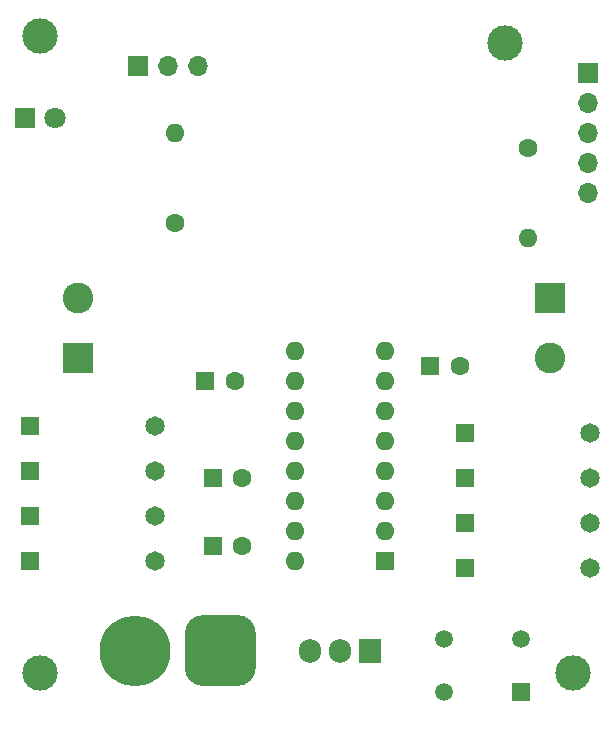
<source format=gbr>
%TF.GenerationSoftware,KiCad,Pcbnew,(5.1.10)-1*%
%TF.CreationDate,2021-11-08T05:29:08+05:30*%
%TF.ProjectId,Flipboard Final,466c6970-626f-4617-9264-2046696e616c,rev?*%
%TF.SameCoordinates,Original*%
%TF.FileFunction,Soldermask,Bot*%
%TF.FilePolarity,Negative*%
%FSLAX46Y46*%
G04 Gerber Fmt 4.6, Leading zero omitted, Abs format (unit mm)*
G04 Created by KiCad (PCBNEW (5.1.10)-1) date 2021-11-08 05:29:08*
%MOMM*%
%LPD*%
G01*
G04 APERTURE LIST*
%ADD10R,1.600000X1.600000*%
%ADD11C,1.600000*%
%ADD12R,1.800000X1.800000*%
%ADD13C,1.800000*%
%ADD14C,1.650000*%
%ADD15R,1.650000X1.650000*%
%ADD16C,3.000000*%
%ADD17C,6.000000*%
%ADD18R,1.700000X1.700000*%
%ADD19O,1.700000X1.700000*%
%ADD20R,2.600000X2.600000*%
%ADD21C,2.600000*%
%ADD22O,1.600000X1.600000*%
%ADD23R,1.498000X1.498000*%
%ADD24C,1.498000*%
%ADD25R,1.905000X2.000000*%
%ADD26O,1.905000X2.000000*%
G04 APERTURE END LIST*
D10*
%TO.C,C1*%
X-78740000Y-17145000D03*
D11*
X-76240000Y-17145000D03*
%TD*%
%TO.C,C2*%
X-95290000Y-18415000D03*
D10*
X-97790000Y-18415000D03*
%TD*%
%TO.C,C3*%
X-97155000Y-26670000D03*
D11*
X-94655000Y-26670000D03*
%TD*%
%TO.C,C4*%
X-94655000Y-32385000D03*
D10*
X-97155000Y-32385000D03*
%TD*%
D12*
%TO.C,D1*%
X-113030000Y3810000D03*
D13*
X-110490000Y3810000D03*
%TD*%
D14*
%TO.C,D3*%
X-65185000Y-22860000D03*
D15*
X-75785000Y-22860000D03*
%TD*%
D14*
%TO.C,D5*%
X-65185000Y-30480000D03*
D15*
X-75785000Y-30480000D03*
%TD*%
%TO.C,D7*%
X-75785000Y-26670000D03*
D14*
X-65185000Y-26670000D03*
%TD*%
D15*
%TO.C,D9*%
X-75785000Y-34290000D03*
D14*
X-65185000Y-34290000D03*
%TD*%
%TO.C,D10*%
X-102015000Y-22225000D03*
D15*
X-112615000Y-22225000D03*
%TD*%
D14*
%TO.C,D11*%
X-102015000Y-33655000D03*
D15*
X-112615000Y-33655000D03*
%TD*%
%TO.C,D12*%
X-112615000Y-29845000D03*
D14*
X-102015000Y-29845000D03*
%TD*%
D15*
%TO.C,D13*%
X-112615000Y-26035000D03*
D14*
X-102015000Y-26035000D03*
%TD*%
D16*
%TO.C,H1*%
X-66675000Y-43180000D03*
%TD*%
%TO.C,H2*%
X-111760000Y10795000D03*
%TD*%
%TO.C,H3*%
X-111760000Y-43180000D03*
%TD*%
%TO.C,H4*%
X-72390000Y10160000D03*
%TD*%
D17*
%TO.C,J1*%
X-103720000Y-41275000D03*
G36*
G01*
X-93520000Y-39775000D02*
X-93520000Y-42775000D01*
G75*
G02*
X-95020000Y-44275000I-1500000J0D01*
G01*
X-98020000Y-44275000D01*
G75*
G02*
X-99520000Y-42775000I0J1500000D01*
G01*
X-99520000Y-39775000D01*
G75*
G02*
X-98020000Y-38275000I1500000J0D01*
G01*
X-95020000Y-38275000D01*
G75*
G02*
X-93520000Y-39775000I0J-1500000D01*
G01*
G37*
%TD*%
D18*
%TO.C,J2*%
X-103505000Y8255000D03*
D19*
X-100965000Y8255000D03*
X-98425000Y8255000D03*
%TD*%
D20*
%TO.C,J3*%
X-108585000Y-16510000D03*
D21*
X-108585000Y-11430000D03*
%TD*%
%TO.C,J4*%
X-68580000Y-16510000D03*
D20*
X-68580000Y-11430000D03*
%TD*%
D18*
%TO.C,J5*%
X-65405000Y7620000D03*
D19*
X-65405000Y5080000D03*
X-65405000Y2540000D03*
X-65405000Y0D03*
X-65405000Y-2540000D03*
%TD*%
D22*
%TO.C,R1*%
X-100330000Y2540000D03*
D11*
X-100330000Y-5080000D03*
%TD*%
%TO.C,R2*%
X-70485000Y1270000D03*
D22*
X-70485000Y-6350000D03*
%TD*%
D23*
%TO.C,S1*%
X-71045000Y-44795000D03*
D24*
X-77545000Y-44795000D03*
X-71045000Y-40295000D03*
X-77545000Y-40295000D03*
%TD*%
D25*
%TO.C,U2*%
X-83820000Y-41275000D03*
D26*
X-86360000Y-41275000D03*
X-88900000Y-41275000D03*
%TD*%
D10*
%TO.C,U3*%
X-82550000Y-33655000D03*
D22*
X-90170000Y-15875000D03*
X-82550000Y-31115000D03*
X-90170000Y-18415000D03*
X-82550000Y-28575000D03*
X-90170000Y-20955000D03*
X-82550000Y-26035000D03*
X-90170000Y-23495000D03*
X-82550000Y-23495000D03*
X-90170000Y-26035000D03*
X-82550000Y-20955000D03*
X-90170000Y-28575000D03*
X-82550000Y-18415000D03*
X-90170000Y-31115000D03*
X-82550000Y-15875000D03*
X-90170000Y-33655000D03*
%TD*%
M02*

</source>
